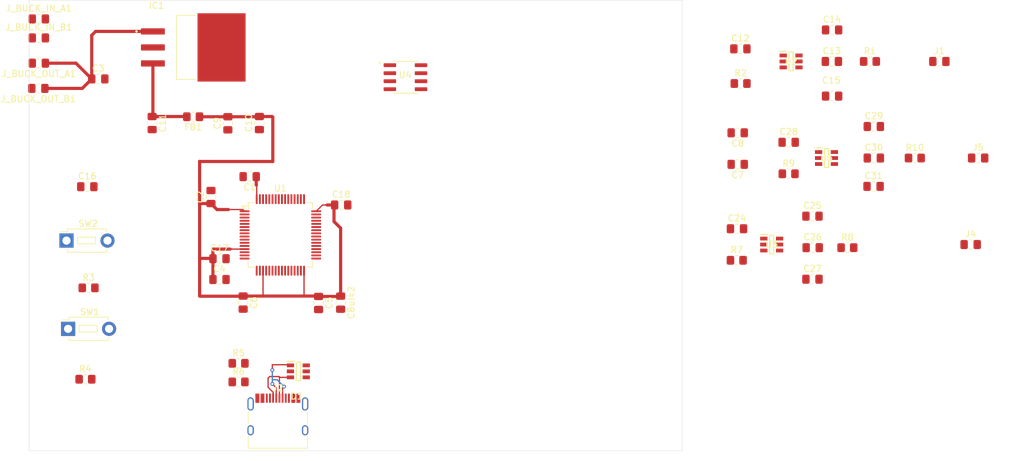
<source format=kicad_pcb>
(kicad_pcb (version 20241229) (generator "pcbnew") (generator_version "9.0")
  (layers (0 "F.Cu" signal) (2 "B.Cu" signal) (13 "F.Paste" user) (15 "B.Paste" user) (5 "F.SilkS" user "F.Silkscreen") (7 "B.SilkS" user "B.Silkscreen") (1 "F.Mask" user) (3 "B.Mask" user) (25 "Edge.Cuts" user))
  (net 0 "")
  (net 1 "+3.3V")
  (net 2 "GND")
  (net 3 "+5V")
  (net 4 "Net-(U1-VCAP_1)")
  (net 5 "Net-(U1-VCAP_2)")
  (net 6 "/Camera_left/<NO NET>")
  (net 7 "/MCU/NRST")
  (net 8 "Net-(C16-Pad2)")
  (net 9 "/Camera_right/<NO NET>")
  (net 10 "/Camera_center/<NO NET>")
  (net 12 "/usb_type_c/D-")
  (net 13 "/usb_type_c/D+")
  (net 16 "/Camera_left/CAM_UART_TX")
  (net 17 "Net-(J2-CC2)")
  (net 18 "Net-(J2-CC1)")
  (net 22 "/Camera_right/CAM_UART_TX")
  (net 24 "/Camera_center/CAM_UART_TX")
  (net 25 "/Power/VBAT")
  (net 26 "/Camera_left/CAM_L_PWN_EN")
  (net 27 "/MCU/BOOT0")
  (net 28 "/Camera_right/CAM_R_PWN_EN")
  (net 29 "/Camera_center/CAM_C_PWN_EN")
  (net 31 "/MCU/CAN_RX_2")
  (net 33 "/MCU/CAM_R_PWN_EN")
  (net 39 "/MCU/CAM_L_PWN_EN")
  (net 42 "/MCU/UART_DEBUG_TX")
  (net 47 "/MCU/UART_DEBUG_RX")
  (net 51 "/MCU/CAM_UART_TX")
  (net 52 "/MCU/CAN_TX_2")
  (net 69 "/MCU/D+")
  (net 74 "/MCU/D-")
  (net 78 "/MCU/VBUS")
  (net 80 "/MCU/CAM_C_PWN_EN")
  (net 84 "+3V3")
  (net 85 "/Can_transceiver/CANL")
  (net 86 "/Can_transceiver/CAN_RX_2")
  (net 87 "/Can_transceiver/CANH")
  (net 88 "/Can_transceiver/CAN_TX_2")
  (footprint "Capacitor_SMD:C_0805_2012Metric_Pad1.18x1.45mm_HandSolder" (layer "F.Cu") (at 179.775 53.725)
    (property "Reference" "C15" (at -0.1125 -2.5 0) (layer "F.SilkS"))
    (property "Value" ".1u")
    (pad "1" smd roundrect (at -1.0375 0) (size 1.175 1.45) (layers "F.Cu" "F.Mask" "F.Paste") (roundrect_rratio 0.212766) (net 6 "/Camera_left/<NO NET>"))
    (pad "2" smd roundrect (at 1.0375 0) (size 1.175 1.45) (layers "F.Cu" "F.Mask" "F.Paste") (roundrect_rratio 0.212766) (net 2 "GND"))
  )
  (footprint "Capacitor_SMD:C_0805_2012Metric_Pad1.18x1.45mm_HandSolder" (layer "F.Cu") (at 84 58.0375 90)
    (property "Reference" "C9" (at 0 -1.68 90) (layer "F.SilkS"))
    (property "Value" "1u")
    (pad "1" smd roundrect (at -1.0375 0 90) (size 1.175 1.45) (layers "F.Cu" "F.Mask" "F.Paste") (roundrect_rratio 0.212766) (net 2 "GND"))
    (pad "2" smd roundrect (at 1.0375 0 90) (size 1.175 1.45) (layers "F.Cu" "F.Mask" "F.Paste") (roundrect_rratio 0.212766) (net 1 "+3.3V"))
  )
  (footprint "Capacitor_SMD:C_0805_2012Metric_Pad1.18x1.45mm_HandSolder" (layer "F.Cu") (at 89 58 90)
    (property "Reference" "C10" (at 0 -1.68 90) (layer "F.SilkS"))
    (property "Value" "100nf")
    (pad "1" smd roundrect (at -1.0375 0 90) (size 1.175 1.45) (layers "F.Cu" "F.Mask" "F.Paste") (roundrect_rratio 0.212766) (net 2 "GND"))
    (pad "2" smd roundrect (at 1.0375 0 90) (size 1.175 1.45) (layers "F.Cu" "F.Mask" "F.Paste") (roundrect_rratio 0.212766) (net 1 "+3.3V"))
  )
  (footprint "Resistor_SMD:R_0805_2012Metric_Pad1.20x1.40mm_HandSolder" (layer "F.Cu") (at 185.775 48.225)
    (property "Reference" "R1" (at 0 -1.65 0) (layer "F.SilkS"))
    (property "Value" "22k")
    (pad "1" smd roundrect (at -1 0) (size 1.2 1.4) (layers "F.Cu" "F.Mask" "F.Paste") (roundrect_rratio 0.208333) (net 16 "/Camera_left/CAM_UART_TX"))
    (pad "2" smd roundrect (at 1 0) (size 1.2 1.4) (layers "F.Cu" "F.Mask" "F.Paste") (roundrect_rratio 0.208333) (net 2 "GND"))
  )
  (footprint "Resistor_SMD:R_0805_2012Metric_Pad1.20x1.40mm_HandSolder" (layer "F.Cu") (at 164.6625 79.775)
    (property "Reference" "R7" (at 0 -1.65 0) (layer "F.SilkS"))
    (property "Value" "100k")
    (pad "1" smd roundrect (at -1 0) (size 1.2 1.4) (layers "F.Cu" "F.Mask" "F.Paste") (roundrect_rratio 0.208333) (net 28 "/Camera_right/CAM_R_PWN_EN"))
    (pad "2" smd roundrect (at 1 0) (size 1.2 1.4) (layers "F.Cu" "F.Mask" "F.Paste") (roundrect_rratio 0.208333) (net 1 "+3.3V"))
  )
  (footprint "Capacitor_SMD:C_0805_2012Metric_Pad1.18x1.45mm_HandSolder" (layer "F.Cu") (at 98.375 86.55 -90)
    (property "Reference" "C5" (at 0 -1.68 90) (layer "F.SilkS"))
    (property "Value" "100nf")
    (pad "1" smd roundrect (at -1.0375 0 270) (size 1.175 1.45) (layers "F.Cu" "F.Mask" "F.Paste") (roundrect_rratio 0.212766) (net 1 "+3.3V"))
    (pad "2" smd roundrect (at 1.0375 0 270) (size 1.175 1.45) (layers "F.Cu" "F.Mask" "F.Paste") (roundrect_rratio 0.212766) (net 2 "GND"))
  )
  (footprint "Resistor_SMD:R_0805_2012Metric_Pad1.20x1.40mm_HandSolder" (layer "F.Cu") (at 85.7 96.125)
    (property "Reference" "R5" (at 0 -1.65 0) (layer "F.SilkS"))
    (property "Value" "5.1k")
    (pad "1" smd roundrect (at -1 0) (size 1.2 1.4) (layers "F.Cu" "F.Mask" "F.Paste") (roundrect_rratio 0.208333) (net 18 "Net-(J2-CC1)"))
    (pad "2" smd roundrect (at 1 0) (size 1.2 1.4) (layers "F.Cu" "F.Mask" "F.Paste") (roundrect_rratio 0.208333) (net 2 "GND"))
  )
  (footprint "Capacitor_SMD:C_0805_2012Metric_Pad1.18x1.45mm_HandSolder" (layer "F.Cu") (at 165.2375 46.225)
    (property "Reference" "C12" (at 0 -1.68 0) (layer "F.SilkS"))
    (property "Value" "1u")
    (pad "1" smd roundrect (at -1.0375 0) (size 1.175 1.45) (layers "F.Cu" "F.Mask" "F.Paste") (roundrect_rratio 0.212766) (net 3 "+5V"))
    (pad "2" smd roundrect (at 1.0375 0) (size 1.175 1.45) (layers "F.Cu" "F.Mask" "F.Paste") (roundrect_rratio 0.212766) (net 2 "GND"))
  )
  (footprint "myFootprints:SOT95P280X145-6N" (layer "F.Cu") (at 170.2 77.275)
    (property "Reference" "U3" (at 0 0 0) (layer "F.SilkS"))
    (property "Value" "TPS22917DBVR")
    (pad "1" smd rect (at -1.25 -0.95) (size 1.15 0.6) (layers "F.Cu" "F.Mask" "F.Paste") (net 3 "+5V"))
    (pad "2" smd rect (at -1.25 0) (size 1.15 0.6) (layers "F.Cu" "F.Mask" "F.Paste") (net 2 "GND"))
    (pad "3" smd rect (at -1.25 0.95) (size 1.15 0.6) (layers "F.Cu" "F.Mask" "F.Paste") (net 28 "/Camera_right/CAM_R_PWN_EN"))
    (pad "4" smd rect (at 1.25 0.95) (size 1.15 0.6) (layers "F.Cu" "F.Mask" "F.Paste"))
    (pad "5" smd rect (at 1.25 0) (size 1.15 0.6) (layers "F.Cu" "F.Mask" "F.Paste") (net 9 "/Camera_right/<NO NET>"))
    (pad "6" smd rect (at 1.25 -0.95) (size 1.15 0.6) (layers "F.Cu" "F.Mask" "F.Paste") (net 9 "/Camera_right/<NO NET>"))
  )
  (footprint "Capacitor_SMD:C_0805_2012Metric_Pad1.18x1.45mm_HandSolder" (layer "F.Cu") (at 53.9625 52.5 180)
    (property "Reference" "J_BUCK_OUT_B1" (at 0 -1.68 0) (layer "F.SilkS"))
    (property "Value" "~")
    (pad "1" smd roundrect (at -1.0375 0 180) (size 1.175 1.45) (layers "F.Cu" "F.Mask" "F.Paste") (roundrect_rratio 0.212766) (net 3 "+5V"))
    (pad "2" smd roundrect (at 1.0375 0 180) (size 1.175 1.45) (layers "F.Cu" "F.Mask" "F.Paste") (roundrect_rratio 0.212766) (net 2 "GND"))
  )
  (footprint "Capacitor_SMD:C_0805_2012Metric_Pad1.18x1.45mm_HandSolder" (layer "F.Cu") (at 101.9625 71)
    (property "Reference" "C18" (at 0 -1.68 0) (layer "F.SilkS"))
    (property "Value" "100nf")
    (pad "1" smd roundrect (at -1.0375 0) (size 1.175 1.45) (layers "F.Cu" "F.Mask" "F.Paste") (roundrect_rratio 0.212766) (net 1 "+3.3V"))
    (pad "2" smd roundrect (at 1.0375 0) (size 1.175 1.45) (layers "F.Cu" "F.Mask" "F.Paste") (roundrect_rratio 0.212766) (net 2 "GND"))
  )
  (footprint "Capacitor_SMD:C_0805_2012Metric_Pad1.18x1.45mm_HandSolder" (layer "F.Cu") (at 101.875 86.5 -90)
    (property "Reference" "CBulk2" (at 0 -1.68 90) (layer "F.SilkS"))
    (property "Value" "4.7u")
    (pad "1" smd roundrect (at -1.0375 0 270) (size 1.175 1.45) (layers "F.Cu" "F.Mask" "F.Paste") (roundrect_rratio 0.212766) (net 1 "+3.3V"))
    (pad "2" smd roundrect (at 1.0375 0 270) (size 1.175 1.45) (layers "F.Cu" "F.Mask" "F.Paste") (roundrect_rratio 0.212766) (net 2 "GND"))
  )
  (footprint "Capacitor_SMD:C_0805_2012Metric_Pad1.18x1.45mm_HandSolder" (layer "F.Cu") (at 54.0375 48.5 180)
    (property "Reference" "J_BUCK_OUT_A1" (at 0 -1.68 0) (layer "F.SilkS"))
    (property "Value" "~")
    (pad "1" smd roundrect (at -1.0375 0 180) (size 1.175 1.45) (layers "F.Cu" "F.Mask" "F.Paste") (roundrect_rratio 0.212766) (net 3 "+5V"))
    (pad "2" smd roundrect (at 1.0375 0 180) (size 1.175 1.45) (layers "F.Cu" "F.Mask" "F.Paste") (roundrect_rratio 0.212766) (net 2 "GND"))
  )
  (footprint "Capacitor_SMD:C_0805_2012Metric_Pad1.18x1.45mm_HandSolder" (layer "F.Cu") (at 202.925 63.55)
    (property "Reference" "J5" (at 0 -1.68 0) (layer "F.SilkS"))
    (property "Value" "Runcam Split 4 v2")
    (pad "1" smd roundrect (at -1.0375 0) (size 1.175 1.45) (layers "F.Cu" "F.Mask" "F.Paste") (roundrect_rratio 0.212766) (net 24 "/Camera_center/CAM_UART_TX"))
    (pad "2" smd roundrect (at 1.0375 0) (size 1.175 1.45) (layers "F.Cu" "F.Mask" "F.Paste") (roundrect_rratio 0.212766))
  )
  (footprint "Capacitor_SMD:C_0805_2012Metric_Pad1.18x1.45mm_HandSolder" (layer "F.Cu") (at 72 58 -90)
    (property "Reference" "C11" (at 0 -1.68 90) (layer "F.SilkS"))
    (property "Value" "33u")
    (pad "1" smd roundrect (at -1.0375 0 270) (size 1.175 1.45) (layers "F.Cu" "F.Mask" "F.Paste") (roundrect_rratio 0.212766) (net 1 "+3.3V"))
    (pad "2" smd roundrect (at 1.0375 0 270) (size 1.175 1.45) (layers "F.Cu" "F.Mask" "F.Paste") (roundrect_rratio 0.212766) (net 2 "GND"))
  )
  (footprint "Capacitor_SMD:C_0805_2012Metric_Pad1.18x1.45mm_HandSolder" (layer "F.Cu") (at 176.6625 82.775)
    (property "Reference" "C27" (at 0 -1.68 0) (layer "F.SilkS"))
    (property "Value" ".1u")
    (pad "1" smd roundrect (at -1.0375 0) (size 1.175 1.45) (layers "F.Cu" "F.Mask" "F.Paste") (roundrect_rratio 0.212766) (net 9 "/Camera_right/<NO NET>"))
    (pad "2" smd roundrect (at 1.0375 0) (size 1.175 1.45) (layers "F.Cu" "F.Mask" "F.Paste") (roundrect_rratio 0.212766) (net 2 "GND"))
  )
  (footprint "Connector_USB:USB_C_Receptacle_HRO_TYPE-C-31-M-12" (layer "F.Cu") (at 91.925 105.7)
    (property "Reference" "J2" (at 0 -5.645 0) (layer "F.SilkS"))
    (property "Value" "USB_C_Receptacle")
    (pad "" np_thru_hole circle (at -2.89 -2.6) (size 0.65 0.65) (drill 0.65) (layers "*.Cu" "*.Mask"))
    (pad "" np_thru_hole circle (at 2.89 -2.6) (size 0.65 0.65) (drill 0.65) (layers "*.Cu" "*.Mask"))
    (pad "A1" smd rect (at -3.25 -4.045) (size 0.6 1.45) (layers "F.Cu" "F.Mask" "F.Paste") (net 2 "GND"))
    (pad "A4" smd rect (at -2.45 -4.045) (size 0.6 1.45) (layers "F.Cu" "F.Mask" "F.Paste") (net 3 "+5V"))
    (pad "A5" smd rect (at -1.25 -4.045) (size 0.3 1.45) (layers "F.Cu" "F.Mask" "F.Paste") (net 18 "Net-(J2-CC1)"))
    (pad "A6" smd rect (at -0.25 -4.045) (size 0.3 1.45) (layers "F.Cu" "F.Mask" "F.Paste") (net 13 "/usb_type_c/D+"))
    (pad "A7" smd rect (at 0.25 -4.045) (size 0.3 1.45) (layers "F.Cu" "F.Mask" "F.Paste") (net 12 "/usb_type_c/D-"))
    (pad "A8" smd rect (at 1.25 -4.045) (size 0.3 1.45) (layers "F.Cu" "F.Mask" "F.Paste"))
    (pad "A9" smd rect (at 2.45 -4.045) (size 0.6 1.45) (layers "F.Cu" "F.Mask" "F.Paste") (net 3 "+5V"))
    (pad "A12" smd rect (at 3.25 -4.045) (size 0.6 1.45) (layers "F.Cu" "F.Mask" "F.Paste") (net 2 "GND"))
    (pad "B1" smd rect (at 3.25 -4.045) (size 0.6 1.45) (layers "F.Cu" "F.Mask" "F.Paste") (net 2 "GND"))
    (pad "B4" smd rect (at 2.45 -4.045) (size 0.6 1.45) (layers "F.Cu" "F.Mask" "F.Paste") (net 3 "+5V"))
    (pad "B5" smd rect (at 1.75 -4.045) (size 0.3 1.45) (layers "F.Cu" "F.Mask" "F.Paste") (net 17 "Net-(J2-CC2)"))
    (pad "B6" smd rect (at 0.75 -4.045) (size 0.3 1.45) (layers "F.Cu" "F.Mask" "F.Paste") (net 13 "/usb_type_c/D+"))
    (pad "B7" smd rect (at -0.75 -4.045) (size 0.3 1.45) (layers "F.Cu" "F.Mask" "F.Paste") (net 12 "/usb_type_c/D-"))
    (pad "B8" smd rect (at -1.75 -4.045) (size 0.3 1.45) (layers "F.Cu" "F.Mask" "F.Paste"))
    (pad "B9" smd rect (at -2.45 -4.045) (size 0.6 1.45) (layers "F.Cu" "F.Mask" "F.Paste") (net 3 "+5V"))
    (pad "B12" smd rect (at -3.25 -4.045) (size 0.6 1.45) (layers "F.Cu" "F.Mask" "F.Paste") (net 2 "GND"))
    (pad "S1" thru_hole oval (at -4.32 -3.13) (size 1 2.1) (drill oval 0.6 1.7) (property pad_prop_heatsink) (layers "*.Cu" "*.Mask") (net 2 "GND"))
    (pad "S1" thru_hole oval (at -4.32 1.05) (size 1 1.6) (drill oval 0.6 1.2) (property pad_prop_heatsink) (layers "*.Cu" "*.Mask") (net 2 "GND"))
    (pad "S1" thru_hole oval (at 4.32 -3.13) (size 1 2.1) (drill oval 0.6 1.7) (property pad_prop_heatsink) (layers "*.Cu" "*.Mask") (net 2 "GND"))
    (pad "S1" thru_hole oval (at 4.32 1.05) (size 1 1.6) (drill oval 0.6 1.2) (property pad_prop_heatsink) (layers "*.Cu" "*.Mask") (net 2 "GND"))
  )
  (footprint "Capacitor_SMD:C_0805_2012Metric_Pad1.18x1.45mm_HandSolder" (layer "F.Cu") (at 176.7 77.775)
    (property "Reference" "C26" (at 0 -1.68 0) (layer "F.SilkS"))
    (property "Value" "47u")
    (pad "1" smd roundrect (at -1.0375 0) (size 1.175 1.45) (layers "F.Cu" "F.Mask" "F.Paste") (roundrect_rratio 0.212766) (net 9 "/Camera_right/<NO NET>"))
    (pad "2" smd roundrect (at 1.0375 0) (size 1.175 1.45) (layers "F.Cu" "F.Mask" "F.Paste") (roundrect_rratio 0.212766) (net 2 "GND"))
  )
  (footprint "Capacitor_SMD:C_0805_2012Metric_Pad1.18x1.45mm_HandSolder" (layer "F.Cu") (at 82.675 79.525)
    (property "Reference" "C17" (at 0 -1.68 0) (layer "F.SilkS"))
    (property "Value" "1u")
    (pad "1" smd roundrect (at -1.0375 0) (size 1.175 1.45) (layers "F.Cu" "F.Mask" "F.Paste") (roundrect_rratio 0.212766) (net 1 "+3.3V"))
    (pad "2" smd roundrect (at 1.0375 0) (size 1.175 1.45) (layers "F.Cu" "F.Mask" "F.Paste") (roundrect_rratio 0.212766) (net 2 "GND"))
  )
  (footprint "Resistor_SMD:R_0805_2012Metric_Pad1.20x1.40mm_HandSolder" (layer "F.Cu") (at 78.5 57 180)
    (property "Reference" "FB1" (at 0 -1.65 0) (layer "F.SilkS"))
    (property "Value" "FerriteBead")
    (pad "1" smd roundrect (at -1 0 180) (size 1.2 1.4) (layers "F.Cu" "F.Mask" "F.Paste") (roundrect_rratio 0.208333) (net 1 "+3.3V"))
    (pad "2" smd roundrect (at 1 0 180) (size 1.2 1.4) (layers "F.Cu" "F.Mask" "F.Paste") (roundrect_rratio 0.208333) (net 1 "+3.3V"))
  )
  (footprint "Capacitor_SMD:C_0805_2012Metric_Pad1.18x1.45mm_HandSolder" (layer "F.Cu") (at 186.3875 63.55)
    (property "Reference" "C30" (at 0 -1.68 0) (layer "F.SilkS"))
    (property "Value" "47u")
    (pad "1" smd roundrect (at -1.0375 0) (size 1.175 1.45) (layers "F.Cu" "F.Mask" "F.Paste") (roundrect_rratio 0.212766) (net 10 "/Camera_center/<NO NET>"))
    (pad "2" smd roundrect (at 1.0375 0) (size 1.175 1.45) (layers "F.Cu" "F.Mask" "F.Paste") (roundrect_rratio 0.212766) (net 2 "GND"))
  )
  (footprint "Capacitor_SMD:C_0805_2012Metric_Pad1.18x1.45mm_HandSolder" (layer "F.Cu") (at 196.775 48.225)
    (property "Reference" "J1" (at 0 -1.68 0) (layer "F.SilkS"))
    (property "Value" "Runcam Split 4 v2")
    (pad "1" smd roundrect (at -1.0375 0) (size 1.175 1.45) (layers "F.Cu" "F.Mask" "F.Paste") (roundrect_rratio 0.212766) (net 16 "/Camera_left/CAM_UART_TX"))
    (pad "2" smd roundrect (at 1.0375 0) (size 1.175 1.45) (layers "F.Cu" "F.Mask" "F.Paste") (roundrect_rratio 0.212766))
  )
  (footprint "Resistor_SMD:R_0805_2012Metric_Pad1.20x1.40mm_HandSolder" (layer "F.Cu") (at 182.2 77.775)
    (property "Reference" "R8" (at 0 -1.65 0) (layer "F.SilkS"))
    (property "Value" "1k")
    (pad "1" smd roundrect (at -1 0) (size 1.2 1.4) (layers "F.Cu" "F.Mask" "F.Paste") (roundrect_rratio 0.208333) (net 22 "/Camera_right/CAM_UART_TX"))
    (pad "2" smd roundrect (at 1 0) (size 1.2 1.4) (layers "F.Cu" "F.Mask" "F.Paste") (roundrect_rratio 0.208333) (net 2 "GND"))
  )
  (footprint "Capacitor_SMD:C_0805_2012Metric_Pad1.18x1.45mm_HandSolder" (layer "F.Cu") (at 164.8125 59.55 180)
    (property "Reference" "C8" (at 0 -1.68 0) (layer "F.SilkS"))
    (property "Value" "2.2u")
    (pad "1" smd roundrect (at -1.0375 0 180) (size 1.175 1.45) (layers "F.Cu" "F.Mask" "F.Paste") (roundrect_rratio 0.212766) (net 5 "Net-(U1-VCAP_2)"))
    (pad "2" smd roundrect (at 1.0375 0 180) (size 1.175 1.45) (layers "F.Cu" "F.Mask" "F.Paste") (roundrect_rratio 0.212766) (net 2 "GND"))
  )
  (footprint "myFootprints:SOT95P280X145-6N" (layer "F.Cu") (at 178.8875 63.55)
    (property "Reference" "U6" (at 0 0 0) (layer "F.SilkS"))
    (property "Value" "TPS22917DBVR")
    (pad "1" smd rect (at -1.25 -0.95) (size 1.15 0.6) (layers "F.Cu" "F.Mask" "F.Paste") (net 3 "+5V"))
    (pad "2" smd rect (at -1.25 0) (size 1.15 0.6) (layers "F.Cu" "F.Mask" "F.Paste") (net 2 "GND"))
    (pad "3" smd rect (at -1.25 0.95) (size 1.15 0.6) (layers "F.Cu" "F.Mask" "F.Paste") (net 29 "/Camera_center/CAM_C_PWN_EN"))
    (pad "4" smd rect (at 1.25 0.95) (size 1.15 0.6) (layers "F.Cu" "F.Mask" "F.Paste"))
    (pad "5" smd rect (at 1.25 0) (size 1.15 0.6) (layers "F.Cu" "F.Mask" "F.Paste") (net 10 "/Camera_center/<NO NET>"))
    (pad "6" smd rect (at 1.25 -0.95) (size 1.15 0.6) (layers "F.Cu" "F.Mask" "F.Paste") (net 10 "/Camera_center/<NO NET>"))
  )
  (footprint "Capacitor_SMD:C_0805_2012Metric_Pad1.18x1.45mm_HandSolder" (layer "F.Cu") (at 81.325 69.7375 90)
    (property "Reference" "C2" (at 0 -1.68 90) (layer "F.SilkS"))
    (property "Value" "100nf")
    (pad "1" smd roundrect (at -1.0375 0 90) (size 1.175 1.45) (layers "F.Cu" "F.Mask" "F.Paste") (roundrect_rratio 0.212766) (net 1 "+3.3V"))
    (pad "2" smd roundrect (at 1.0375 0 90) (size 1.175 1.45) (layers "F.Cu" "F.Mask" "F.Paste") (roundrect_rratio 0.212766) (net 2 "GND"))
  )
  (footprint "myFootprints:TO254P1524X483-4N" (layer "F.Cu") (at 78.52 46)
    (property "Reference" "IC1" (at -5.825 -6.635 0) (layer "F.SilkS"))
    (property "Value" "LM3940IS-3.3_NOPB")
    (pad "1" smd roundrect (at -6.4 -2.54) (size 3.79 0.99) (layers "F.Cu" "F.Mask" "F.Paste") (roundrect_rratio 0.125) (net 3 "+5V"))
    (pad "2" smd roundrect (at -6.4 0) (size 3.79 0.99) (layers "F.Cu" "F.Mask" "F.Paste") (roundrect_rratio 0.125) (net 2 "GND"))
    (pad "3" smd roundrect (at -6.4 2.54) (size 3.79 0.99) (layers "F.Cu" "F.Mask" "F.Paste") (roundrect_rratio 0.125) (net 1 "+3.3V"))
    (pad "4" smd rect (at 4.48 0) (size 7.62 10.84) (layers "F.Cu" "F.Mask"))
  )
  (footprint "Capacitor_SMD:C_0805_2012Metric_Pad1.18x1.45mm_HandSolder" (layer "F.Cu") (at 176.6625 72.775)
    (property "Reference" "C25" (at 0 -1.68 0) (layer "F.SilkS"))
    (property "Value" "1u")
    (pad "1" smd roundrect (at -1.0375 0) (size 1.175 1.45) (layers "F.Cu" "F.Mask" "F.Paste") (roundrect_rratio 0.212766) (net 9 "/Camera_right/<NO NET>"))
    (pad "2" smd roundrect (at 1.0375 0) (size 1.175 1.45) (layers "F.Cu" "F.Mask" "F.Paste") (roundrect_rratio 0.212766) (net 2 "GND"))
  )
  (footprint "Capacitor_SMD:C_0805_2012Metric_Pad1.18x1.45mm_HandSolder" (layer "F.Cu") (at 179.7375 48.225)
    (property "Reference" "C13" (at 0 -1.68 0) (layer "F.SilkS"))
    (property "Value" "47u")
    (pad "1" smd roundrect (at -1.0375 0) (size 1.175 1.45) (layers "F.Cu" "F.Mask" "F.Paste") (roundrect_rratio 0.212766) (net 6 "/Camera_left/<NO NET>"))
    (pad "2" smd roundrect (at 1.0375 0) (size 1.175 1.45) (layers "F.Cu" "F.Mask" "F.Paste") (roundrect_rratio 0.212766) (net 2 "GND"))
  )
  (footprint "Capacitor_SMD:C_0805_2012Metric_Pad1.18x1.45mm_HandSolder" (layer "F.Cu") (at 54.0375 44.49)
    (property "Reference" "J_BUCK_IN_B1" (at 0 -1.68 0) (layer "F.SilkS"))
    (property "Value" "~")
    (pad "1" smd roundrect (at -1.0375 0) (size 1.175 1.45) (layers "F.Cu" "F.Mask" "F.Paste") (roundrect_rratio 0.212766) (net 25 "/Power/VBAT"))
    (pad "2" smd roundrect (at 1.0375 0) (size 1.175 1.45) (layers "F.Cu" "F.Mask" "F.Paste") (roundrect_rratio 0.212766) (net 2 "GND"))
  )
  (footprint "Capacitor_SMD:C_0805_2012Metric_Pad1.18x1.45mm_HandSolder" (layer "F.Cu") (at 54.0375 41.48)
    (property "Reference" "J_BUCK_IN_A1" (at 0 -1.68 0) (layer "F.SilkS"))
    (property "Value" "~")
    (pad "1" smd roundrect (at -1.0375 0) (size 1.175 1.45) (layers "F.Cu" "F.Mask" "F.Paste") (roundrect_rratio 0.212766) (net 25 "/Power/VBAT"))
    (pad "2" smd roundrect (at 1.0375 0) (size 1.175 1.45) (layers "F.Cu" "F.Mask" "F.Paste") (roundrect_rratio 0.212766) (net 2 "GND"))
  )
  (footprint "Resistor_SMD:R_0805_2012Metric_Pad1.20x1.40mm_HandSolder" (layer "F.Cu") (at 61.925 84.15)
    (property "Reference" "R3" (at 0 -1.65 0) (layer "F.SilkS"))
    (property "Value" "100k")
    (pad "1" smd roundrect (at -1 0) (size 1.2 1.4) (layers "F.Cu" "F.Mask" "F.Paste") (roundrect_rratio 0.208333) (net 2 "GND"))
    (pad "2" smd roundrect (at 1 0) (size 1.2 1.4) (layers "F.Cu" "F.Mask" "F.Paste") (roundrect_rratio 0.208333) (net 27 "/MCU/BOOT0"))
  )
  (footprint "Capacitor_SMD:C_0805_2012Metric_Pad1.18x1.45mm_HandSolder" (layer "F.Cu") (at 63.4625 51)
    (property "Reference" "C3" (at 0 -1.68 0) (layer "F.SilkS"))
    (property "Value" "1u")
    (pad "1" smd roundrect (at -1.0375 0) (size 1.175 1.45) (layers "F.Cu" "F.Mask" "F.Paste") (roundrect_rratio 0.212766) (net 3 "+5V"))
    (pad "2" smd roundrect (at 1.0375 0) (size 1.175 1.45) (layers "F.Cu" "F.Mask" "F.Paste") (roundrect_rratio 0.212766) (net 2 "GND"))
  )
  (footprint "myFootprints:SOT95P280X145-6N" (layer "F.Cu") (at 95.175 97.4)
    (property "Reference" "D1" (at -0.25 3.95 0) (layer "F.SilkS"))
    (property "Value" "SRV05-4.TCT")
    (pad "1" smd rect (at -1.25 -0.95) (size 1.15 0.6) (layers "F.Cu" "F.Mask" "F.Paste") (net 13 "/usb_type_c/D+"))
    (pad "2" smd rect (at -1.25 0) (size 1.15 0.6) (layers "F.Cu" "F.Mask" "F.Paste") (net 2 "GND"))
    (pad "3" smd rect (at -1.25 0.95) (size 1.15 0.6) (layers "F.Cu" "F.Mask" "F.Paste") (net 12 "/usb_type_c/D-"))
    (pad "4" smd rect (at 1.25 0.95) (size 1.15 0.6) (layers "F.Cu" "F.Mask" "F.Paste"))
    (pad "5" smd rect (at 1.25 0) (size 1.15 0.6) (layers "F.Cu" "F.Mask" "F.Paste") (net 3 "+5V"))
    (pad "6" smd rect (at 1.25 -0.95) (size 1.15 0.6) (layers "F.Cu" "F.Mask" "F.Paste"))
  )
  (footprint "myFootprints:SOIC127P599X175-8N" (layer "F.Cu") (at 112.15 50.725)
    (property "Reference" "U4" (at -0.03 -0.365 0) (layer "F.SilkS"))
    (property "Value" "SN65HVD230DR")
    (pad "1" smd roundrect (at -2.47 -1.905) (size 1.97 0.6) (layers "F.Cu" "F.Mask" "F.Paste") (roundrect_rratio 0.125) (net 88 "/Can_transceiver/CAN_TX_2"))
    (pad "2" smd roundrect (at -2.47 -0.635) (size 1.97 0.6) (layers "F.Cu" "F.Mask" "F.Paste") (roundrect_rratio 0.125) (net 2 "GND"))
    (pad "3" smd roundrect (at -2.47 0.635) (size 1.97 0.6) (layers "F.Cu" "F.Mask" "F.Paste") (roundrect_rratio 0.125) (net 84 "+3V3"))
    (pad "4" smd roundrect (at -2.47 1.905) (size 1.97 0.6) (layers "F.Cu" "F.Mask" "F.Paste") (roundrect_rratio 0.125) (net 86 "/Can_transceiver/CAN_RX_2"))
    (pad "5" smd roundrect (at 2.47 1.905) (size 1.97 0.6) (layers "F.Cu" "F.Mask" "F.Paste") (roundrect_rratio 0.125))
    (pad "6" smd roundrect (at 2.47 0.635) (size 1.97 0.6) (layers "F.Cu" "F.Mask" "F.Paste") (roundrect_rratio 0.125) (net 85 "/Can_transceiver/CANL"))
    (pad "7" smd roundrect (at 2.47 -0.635) (size 1.97 0.6) (layers "F.Cu" "F.Mask" "F.Paste") (roundrect_rratio 0.125) (net 87 "/Can_transceiver/CANH"))
    (pad "8" smd roundrect (at 2.47 -1.905) (size 1.97 0.6) (layers "F.Cu" "F.Mask" "F.Paste") (roundrect_rratio 0.125) (net 2 "GND"))
  )
  (footprint "Capacitor_SMD:C_0805_2012Metric_Pad1.18x1.45mm_HandSolder" (layer "F.Cu") (at 61.725 68.1)
    (property "Reference" "C16" (at 0 -1.68 0) (layer "F.SilkS"))
    (property "Value" "100nf")
    (pad "1" smd roundrect (at -1.0375 0) (size 1.175 1.45) (layers "F.Cu" "F.Mask" "F.Paste") (roundrect_rratio 0.212766) (net 7 "/MCU/NRST"))
    (pad "2" smd roundrect (at 1.0375 0) (size 1.175 1.45) (layers "F.Cu" "F.Mask" "F.Paste") (roundrect_rratio 0.212766) (net 8 "Net-(C16-Pad2)"))
  )
  (footprint "Capacitor_SMD:C_0805_2012Metric_Pad1.18x1.45mm_HandSolder" (layer "F.Cu") (at 86.425 86.4875 -90)
    (property "Reference" "C6" (at 0 -1.68 90) (layer "F.SilkS"))
    (property "Value" "100nf")
    (pad "1" smd roundrect (at -1.0375 0 270) (size 1.175 1.45) (layers "F.Cu" "F.Mask" "F.Paste") (roundrect_rratio 0.212766) (net 1 "+3.3V"))
    (pad "2" smd roundrect (at 1.0375 0 270) (size 1.175 1.45) (layers "F.Cu" "F.Mask" "F.Paste") (roundrect_rratio 0.212766) (net 2 "GND"))
  )
  (footprint "Capacitor_SMD:C_0805_2012Metric_Pad1.18x1.45mm_HandSolder" (layer "F.Cu") (at 164.7 74.775)
    (property "Reference" "C24" (at 0 -1.68 0) (layer "F.SilkS"))
    (property "Value" "1u")
    (pad "1" smd roundrect (at -1.0375 0) (size 1.175 1.45) (layers "F.Cu" "F.Mask" "F.Paste") (roundrect_rratio 0.212766) (net 3 "+5V"))
    (pad "2" smd roundrect (at 1.0375 0) (size 1.175 1.45) (layers "F.Cu" "F.Mask" "F.Paste") (roundrect_rratio 0.212766) (net 2 "GND"))
  )
  (footprint "Capacitor_SMD:C_0805_2012Metric_Pad1.18x1.45mm_HandSolder" (layer "F.Cu") (at 172.8875 61.05)
    (property "Reference" "C28" (at 0 -1.68 0) (layer "F.SilkS"))
    (property "Value" "1u")
    (pad "1" smd roundrect (at -1.0375 0) (size 1.175 1.45) (layers "F.Cu" "F.Mask" "F.Paste") (roundrect_rratio 0.212766) (net 3 "+5V"))
    (pad "2" smd roundrect (at 1.0375 0) (size 1.175 1.45) (layers "F.Cu" "F.Mask" "F.Paste") (roundrect_rratio 0.212766) (net 2 "GND"))
  )
  (footprint "Capacitor_SMD:C_0805_2012Metric_Pad1.18x1.45mm_HandSolder" (layer "F.Cu") (at 179.775 43.225)
    (property "Reference" "C14" (at 0 -1.68 0) (layer "F.SilkS"))
    (property "Value" "1u")
    (pad "1" smd roundrect (at -1.0375 0) (size 1.175 1.45) (layers "F.Cu" "F.Mask" "F.Paste") (roundrect_rratio 0.212766) (net 6 "/Camera_left/<NO NET>"))
    (pad "2" smd roundrect (at 1.0375 0) (size 1.175 1.45) (layers "F.Cu" "F.Mask" "F.Paste") (roundrect_rratio 0.212766) (net 2 "GND"))
  )
  (footprint "Capacitor_SMD:C_0805_2012Metric_Pad1.18x1.45mm_HandSolder" (layer "F.Cu") (at 164.8125 64.55 180)
    (property "Reference" "C7" (at 0 -1.68 0) (layer "F.SilkS"))
    (property "Value" "2.2u")
    (pad "1" smd roundrect (at -1.0375 0 180) (size 1.175 1.45) (layers "F.Cu" "F.Mask" "F.Paste") (roundrect_rratio 0.212766) (net 4 "Net-(U1-VCAP_1)"))
    (pad "2" smd roundrect (at 1.0375 0 180) (size 1.175 1.45) (layers "F.Cu" "F.Mask" "F.Paste") (roundrect_rratio 0.212766) (net 2 "GND"))
  )
  (footprint "Resistor_SMD:R_0805_2012Metric_Pad1.20x1.40mm_HandSolder" (layer "F.Cu") (at 172.8875 66.05)
    (property "Reference" "R9" (at 0 -1.65 0) (layer "F.SilkS"))
    (property "Value" "100k")
    (pad "1" smd roundrect (at -1 0) (size 1.2 1.4) (layers "F.Cu" "F.Mask" "F.Paste") (roundrect_rratio 0.208333) (net 29 "/Camera_center/CAM_C_PWN_EN"))
    (pad "2" smd roundrect (at 1 0) (size 1.2 1.4) (layers "F.Cu" "F.Mask" "F.Paste") (roundrect_rratio 0.208333) (net 1 "+3.3V"))
  )
  (footprint "Resistor_SMD:R_0805_2012Metric_Pad1.20x1.40mm_HandSolder" (layer "F.Cu") (at 61.425 98.65)
    (property "Reference" "R4" (at 0 -1.65 0) (layer "F.SilkS"))
    (property "Value" "10k")
    (pad "1" smd roundrect (at -1 0) (size 1.2 1.4) (layers "F.Cu" "F.Mask" "F.Paste") (roundrect_rratio 0.208333) (net 1 "+3.3V"))
    (pad "2" smd roundrect (at 1 0) (size 1.2 1.4) (layers "F.Cu" "F.Mask" "F.Paste") (roundrect_rratio 0.208333) (net 7 "/MCU/NRST"))
  )
  (footprint "Capacitor_SMD:C_0805_2012Metric_Pad1.18x1.45mm_HandSolder" (layer "F.Cu") (at 201.7375 77.275)
    (property "Reference" "J4" (at 0 -1.68 0) (layer "F.SilkS"))
    (property "Value" "Runcam Split 4 v2")
    (pad "1" smd roundrect (at -1.0375 0) (size 1.175 1.45) (layers "F.Cu" "F.Mask" "F.Paste") (roundrect_rratio 0.212766) (net 22 "/Camera_right/CAM_UART_TX"))
    (pad "2" smd roundrect (at 1.0375 0) (size 1.175 1.45) (layers "F.Cu" "F.Mask" "F.Paste") (roundrect_rratio 0.212766))
  )
  (footprint "Resistor_SMD:R_0805_2012Metric_Pad1.20x1.40mm_HandSolder" (layer "F.Cu") (at 165.275 51.725)
    (property "Reference" "R2" (at 0 -1.65 0) (layer "F.SilkS"))
    (property "Value" "100k")
    (pad "1" smd roundrect (at -1 0) (size 1.2 1.4) (layers "F.Cu" "F.Mask" "F.Paste") (roundrect_rratio 0.208333) (net 26 "/Camera_left/CAM_L_PWN_EN"))
    (pad "2" smd roundrect (at 1 0) (size 1.2 1.4) (layers "F.Cu" "F.Mask" "F.Paste") (roundrect_rratio 0.208333) (net 1 "+3.3V"))
  )
  (footprint "Capacitor_SMD:C_0805_2012Metric_Pad1.18x1.45mm_HandSolder" (layer "F.Cu") (at 186.35 68.05)
    (property "Reference" "C31" (at 0 -1.68 0) (layer "F.SilkS"))
    (property "Value" ".1u")
    (pad "1" smd roundrect (at -1.0375 0) (size 1.175 1.45) (layers "F.Cu" "F.Mask" "F.Paste") (roundrect_rratio 0.212766) (net 10 "/Camera_center/<NO NET>"))
    (pad "2" smd roundrect (at 1.0375 0) (size 1.175 1.45) (layers "F.Cu" "F.Mask" "F.Paste") (roundrect_rratio 0.212766) (net 2 "GND"))
  )
  (footprint "Capacitor_SMD:C_0805_2012Metric_Pad1.18x1.45mm_HandSolder" (layer "F.Cu") (at 82.675 82.825)
    (property "Reference" "C4" (at 0 -1.68 0) (layer "F.SilkS"))
    (property "Value" "100nf")
    (pad "1" smd roundrect (at -1.0375 0) (size 1.175 1.45) (layers "F.Cu" "F.Mask" "F.Paste") (roundrect_rratio 0.212766) (net 1 "+3.3V"))
    (pad "2" smd roundrect (at 1.0375 0) (size 1.175 1.45) (layers "F.Cu" "F.Mask" "F.Paste") (roundrect_rratio 0.212766) (net 2 "GND"))
  )
  (footprint "Package_QFP:LQFP-64_10x10mm_P0.5mm" (layer "F.Cu") (at 92.325 75.75)
    (property "Reference" "U1" (at 0 -7.4 0) (layer "F.SilkS"))
    (property "Value" "STM32F405RGTx")
    (pad "1" smd roundrect (at -5.675 -3.75) (size 1.55 0.3) (layers "F.Cu" "F.Mask" "F.Paste") (net 1 "+3.3V"))
    (pad "2" smd roundrect (at -5.675 -3.25) (size 1.55 0.3) (layers "F.Cu" "F.Mask" "F.Paste"))
    (pad "3" smd roundrect (at -5.675 -2.75) (size 1.55 0.3) (layers "F.Cu" "F.Mask" "F.Paste"))
    (pad "4" smd roundrect (at -5.675 -2.25) (size 1.55 0.3) (layers "F.Cu" "F.Mask" "F.Paste"))
    (pad "5" smd roundrect (at -5.675 -1.75) (size 1.55 0.3) (layers "F.Cu" "F.Mask" "F.Paste"))
    (pad "6" smd roundrect (at -5.675 -1.25) (size 1.55 0.3) (layers "F.Cu" "F.Mask" "F.Paste"))
    (pad "7" smd roundrect (at -5.675 -0.75) (size 1.55 0.3) (layers "F.Cu" "F.Mask" "F.Paste") (net 7 "/MCU/NRST"))
    (pad "8" smd roundrect (at -5.675 -0.25) (size 1.55 0.3) (layers "F.Cu" "F.Mask" "F.Paste") (net 39 "/MCU/CAM_L_PWN_EN"))
    (pad "9" smd roundrect (at -5.675 0.25) (size 1.55 0.3) (layers "F.Cu" "F.Mask" "F.Paste") (net 33 "/MCU/CAM_R_PWN_EN"))
    (pad "10" smd roundrect (at -5.675 0.75) (size 1.55 0.3) (layers "F.Cu" "F.Mask" "F.Paste") (net 80 "/MCU/CAM_C_PWN_EN"))
    (pad "11" smd roundrect (at -5.675 1.25) (size 1.55 0.3) (layers "F.Cu" "F.Mask" "F.Paste"))
    (pad "12" smd roundrect (at -5.675 1.75) (size 1.55 0.3) (layers "F.Cu" "F.Mask" "F.Paste") (net 2 "GND"))
    (pad "13" smd roundrect (at -5.675 2.25) (size 1.55 0.3) (layers "F.Cu" "F.Mask" "F.Paste") (net 1 "+3.3V"))
    (pad "14" smd roundrect (at -5.675 2.75) (size 1.55 0.3) (layers "F.Cu" "F.Mask" "F.Paste") (net 51 "/MCU/CAM_UART_TX"))
    (pad "15" smd roundrect (at -5.675 3.25) (size 1.55 0.3) (layers "F.Cu" "F.Mask" "F.Paste"))
    (pad "16" smd roundrect (at -5.675 3.75) (size 1.55 0.3) (layers "F.Cu" "F.Mask" "F.Paste"))
    (pad "17" smd roundrect (at -3.75 5.675) (size 0.3 1.55) (layers "F.Cu" "F.Mask" "F.Paste"))
    (pad "18" smd roundrect (at -3.25 5.675) (size 0.3 1.55) (layers "F.Cu" "F.Mask" "F.Paste") (net 2 "GND"))
    (pad "19" smd roundrect (at -2.75 5.675) (size 0.3 1.55) (layers "F.Cu" "F.Mask" "F.Paste") (net 1 "+3.3V"))
    (pad "20" smd roundrect (at -2.25 5.675) (size 0.3 1.55) (layers "F.Cu" "F.Mask" "F.Paste"))
    (pad "21" smd roundrect (at -1.75 5.675) (size 0.3 1.55) (layers "F.Cu" "F.Mask" "F.Paste"))
    (pad "22" smd roundrect (at -1.25 5.675) (size 0.3 1.55) (layers "F.Cu" "F.Mask" "F.Paste"))
    (pad "23" smd roundrect (at -0.75 5.675) (size 0.3 1.55) (layers "F.Cu" "F.Mask" "F.Paste"))
    (pad "24" smd roundrect (at -0.25 5.675) (size 0.3 1.55) (layers "F.Cu" "F.Mask" "F.Paste"))
    (pad "25" smd roundrect (at 0.25 5.675) (size 0.3 1.55) (layers "F.Cu" "F.Mask" "F.Paste"))
    (pad "26" smd roundrect (at 0.75 5.675) (size 0.3 1.55) (layers "F.Cu" "F.Mask" "F.Paste"))
    (pad "27" smd roundrect (at 1.25 5.675) (size 0.3 1.55) (layers "F.Cu" "F.Mask" "F.Paste"))
    (pad "28" smd roundrect (at 1.75 5.675) (size 0.3 1.55) (layers "F.Cu" "F.Mask" "F.Paste"))
    (pad "29" smd roundrect (at 2.25 5.675) (size 0.3 1.55) (layers "F.Cu" "F.Mask" "F.Paste"))
    (pad "30" smd roundrect (at 2.75 5.675) (size 0.3 1.55) (layers "F.Cu" "F.Mask" "F.Paste"))
    (pad "31" smd roundrect (at 3.25 5.675) (size 0.3 1.55) (layers "F.Cu" "F.Mask" "F.Paste") (net 4 "Net-(U1-VCAP_1)"))
    (pad "32" smd roundrect (at 3.75 5.675) (size 0.3 1.55) (layers "F.Cu" "F.Mask" "F.Paste") (net 1 "+3.3V"))
    (pad "33" smd roundrect (at 5.675 3.75) (size 1.55 0.3) (layers "F.Cu" "F.Mask" "F.Paste") (net 31 "/MCU/CAN_RX_2"))
    (pad "34" smd roundrect (at 5.675 3.25) (size 1.55 0.3) (layers "F.Cu" "F.Mask" "F.Paste") (net 52 "/MCU/CAN_TX_2"))
    (pad "35" smd roundrect (at 5.675 2.75) (size 1.55 0.3) (layers "F.Cu" "F.Mask" "F.Paste"))
    (pad "36" smd roundrect (at 5.675 2.25) (size 1.55 0.3) (layers "F.Cu" "F.Mask" "F.Paste"))
    (pad "37" smd roundrect (at 5.675 1.75) (size 1.55 0.3) (layers "F.Cu" "F.Mask" "F.Paste"))
    (pad "38" smd roundrect (at 5.675 1.25) (size 1.55 0.3) (layers "F.Cu" "F.Mask" "F.Paste"))
    (pad "39" smd roundrect (at 5.675 0.75) (size 1.55 0.3) (layers "F.Cu" "F.Mask" "F.Paste"))
    (pad "40" smd roundrect (at 5.675 0.25) (size 1.55 0.3) (layers "F.Cu" "F.Mask" "F.Paste"))
    (pad "41" smd roundrect (at 5.675 -0.25) (size 1.55 0.3) (layers "F.Cu" "F.Mask" "F.Paste"))
    (pad "42" smd roundrect (at 5.675 -0.75) (size 1.55 0.3) (layers "F.Cu" "F.Mask" "F.Paste"))
    (pad "43" smd roundrect (at 5.675 -1.25) (size 1.55 0.3) (layers "F.Cu" "F.Mask" "F.Paste"))
    (pad "44" smd roundrect (at 5.675 -1.75) (size 1.55 0.3) (layers "F.Cu" "F.Mask" "F.Paste") (net 74 "/MCU/D-"))
    (pad "45" smd roundrect (at 5.675 -2.25) (size 1.55 0.3) (layers "F.Cu" "F.Mask" "F.Paste") (net 69 "/MCU/D+"))
    (pad "46" smd roundrect (at 5.675 -2.75) (size 1.55 0.3) (layers "F.Cu" "F.Mask" "F.Paste") (net 78 "/MCU/VBUS"))
    (pad "47" smd roundrect (at 5.675 -3.25) (size 1.55 0.3) (layers "F.Cu" "F.Mask" "F.Paste") (net 5 "Net-(U1-VCAP_2)"))
    (pad "48" smd roundrect (at 5.675 -3.75) (size 1.55 0.3) (layers "F.Cu" "F.Mask" "F.Paste") (net 1 "+3.3V"))
    (pad "49" smd roundrect (at 3.75 -5.675) (size 0.3 1.55) (layers "F.Cu" "F.Mask" "F.Paste"))
    (pad "50" smd roundrect (at 3.25 -5.675) (size 0.3 1.55) (layers "F.Cu" "F.Mask" "F.Paste"))
    (pad "51" smd roundrect (at 2.75 -5.675) (size 0.3 1.55) (layers "F.Cu" "F.Mask" "F.Paste"))
    (pad "52" smd roundrect (at 2.25 -5.675) (size 0.3 1.55) (layers "F.Cu" "F.Mask" "F.Paste"))
    (pad "53" smd roundrect (at 1.75 -5.675) (size 0.3 1.55) (layers "F.Cu" "F.Mask" "F.Paste") (net 42 "/MCU/UART_DEBUG_TX"))
    (pad "54" smd roundrect (at 1.25 -5.675) (size 0.3 1.55) (layers "F.Cu" "F.Mask" "F.Paste") (net 47 "/MCU/UART_DEBUG_RX"))
    (pad "55" smd roundrect (at 0.75 -5.675) (size 0.3 1.55) (layers "F.Cu" "F.Mask" "F.Paste"))
    (pad "56" smd roundrect (at 0.25 -5.675) (size 0.3 1.55) (layers "F.Cu" "F.Mask" "F.Paste"))
    (pad "57" smd roundrect (at -0.25 -5.675) (size 0.3 1.55) (layers "F.Cu" "F.Mask" "F.Paste"))
    (pad "58" smd roundrect (at -0.75 -5.675) (size 0.3 1.55) (layers "F.Cu" "F.Mask" "F.Paste"))
    (pad "59" smd roundrect (at -1.25 -5.675) (size 0.3 1.55) (layers "F.Cu" "F.Mask" "F.Paste"))
    (pad "60" smd roundrect (at -1.75 -5.675) (size 0.3 1.55) (layers "F.Cu" "F.Mask" "F.Paste") (net 27 "/MCU/BOOT0"))
    (pad "61" smd roundrect (at -2.25 -5.675) (size 0.3 1.55) (layers "F.Cu" "F.Mask" "F.Paste"))
    (pad "62" smd roundrect (at -2.75 -5.675) (size 0.3 1.55) (layers "F.Cu" "F.Mask" "F.Paste"))
    (pad "63" smd roundrect (at -3.25 -5.675) (size 0.3 1.55) (layers "F.Cu" "F.Mask" "F.Paste") (net 2 "GND"))
    (pad "64" smd roundrect (at -3.75 -5.675) (size 0.3 1.55) (layers "F.Cu" "F.Mask" "F.Paste") (net 1 "+3.3V"))
  )
  (footprint "Capacitor_SMD:C_0805_2012Metric_Pad1.18x1.45mm_HandSolder" (layer "F.Cu") (at 186.3875 58.55)
    (property "Reference" "C29" (at 0 -1.68 0) (layer "F.SilkS"))
    (property "Value" "1u")
    (pad "1" smd roundrect (at -1.0375 0) (size 1.175 1.45) (layers "F.Cu" "F.Mask" "F.Paste") (roundrect_rratio 0.212766) (net 10 "/Camera_center/<NO NET>"))
    (pad "2" smd roundrect (at 1.0375 0) (size 1.175 1.45) (layers "F.Cu" "F.Mask" "F.Paste") (roundrect_rratio 0.212766) (net 2 "GND"))
  )
  (footprint "Button_Switch_THT:SW_PUSH_1P1T_6x3.5mm_H5.0_APEM_MJTP1250" (layer "F.Cu") (at 58.425 76.65)
    (property "Reference" "SW2" (at 3.42 -2.7 0) (layer "F.SilkS"))
    (property "Value" "SW_Push")
    (pad "1" thru_hole rect (at 0 0 90) (size 2.25 2.25) (drill 1.3) (layers "*.Cu" "*.Mask") (net 2 "GND"))
    (pad "2" thru_hole circle (at 6.5 0 90) (size 2.25 2.25) (drill 1.3) (layers "*.Cu" "*.Mask") (net 8 "Net-(C16-Pad2)"))
  )
  (footprint "Resistor_SMD:R_0805_2012Metric_Pad1.20x1.40mm_HandSolder" (layer "F.Cu") (at 192.8875 63.55)
    (property "Reference" "R10" (at 0 -1.65 0) (layer "F.SilkS"))
    (property "Value" "1k")
    (pad "1" smd roundrect (at -1 0) (size 1.2 1.4) (layers "F.Cu" "F.Mask" "F.Paste") (roundrect_rratio 0.208333) (net 24 "/Camera_center/CAM_UART_TX"))
    (pad "2" smd roundrect (at 1 0) (size 1.2 1.4) (layers "F.Cu" "F.Mask" "F.Paste") (roundrect_rratio 0.208333) (net 2 "GND"))
  )
  (footprint "myFootprints:SOT95P280X145-6N" (layer "F.Cu") (at 173.275 48.225)
    (property "Reference" "U2" (at 0 0 0) (layer "F.SilkS"))
    (property "Value" "TPS22917DBVR")
    (pad "1" smd rect (at -1.25 -0.95) (size 1.15 0.6) (layers "F.Cu" "F.Mask" "F.Paste") (net 3 "+5V"))
    (pad "2" smd rect (at -1.25 0) (size 1.15 0.6) (layers "F.Cu" "F.Mask" "F.Paste") (net 2 "GND"))
    (pad "3" smd rect (at -1.25 0.95) (size 1.15 0.6) (layers "F.Cu" "F.Mask" "F.Paste") (net 26 "/Camera_left/CAM_L_PWN_EN"))
    (pad "4" smd rect (at 1.25 0.95) (size 1.15 0.6) (layers "F.Cu" "F.Mask" "F.Paste"))
    (pad "5" smd rect (at 1.25 0) (size 1.15 0.6) (layers "F.Cu" "F.Mask" "F.Paste") (net 6 "/Camera_left/<NO NET>"))
    (pad "6" smd rect (at 1.25 -0.95) (size 1.15 0.6) (layers "F.Cu" "F.Mask" "F.Paste") (net 6 "/Camera_left/<NO NET>"))
  )
  (footprint "Resistor_SMD:R_0805_2012Metric_Pad1.20x1.40mm_HandSolder" (layer "F.Cu") (at 85.7 99.075)
    (property "Reference" "R6" (at 0 -1.65 0) (layer "F.SilkS"))
    (property "Value" "5.1k")
    (pad "1" smd roundrect (at -1 0) (size 1.2 1.4) (layers "F.Cu" "F.Mask" "F.Paste") (roundrect_rratio 0.208333) (net 17 "Net-(J2-CC2)"))
    (pad "2" smd roundrect (at 1 0) (size 1.2 1.4) (layers "F.Cu" "F.Mask" "F.Paste") (roundrect_rratio 0.208333) (net 2 "GND"))
  )
  (footprint "Capacitor_SMD:C_0805_2012Metric_Pad1.18x1.45mm_HandSolder" (layer "F.Cu") (at 87.4625 66.5 180)
    (property "Reference" "C1" (at 0 -1.68 0) (layer "F.SilkS"))
    (property "Value" "100nf")
    (pad "1" smd roundrect (at -1.0375 0 180) (size 1.175 1.45) (layers "F.Cu" "F.Mask" "F.Paste") (roundrect_rratio 0.212766) (net 1 "+3.3V"))
    (pad "2" smd roundrect (at 1.0375 0 180) (size 1.175 1.45) (layers "F.Cu" "F.Mask" "F.Paste") (roundrect_rratio 0.212766) (net 2 "GND"))
  )
  (footprint "Button_Switch_THT:SW_PUSH_1P1T_6x3.5mm_H5.0_APEM_MJTP1250" (layer "F.Cu") (at 58.675 90.65)
    (property "Reference" "SW1" (at 3.42 -2.7 0) (layer "F.SilkS"))
    (property "Value" "SW_Push")
    (pad "1" thru_hole rect (at 0 0 90) (size 2.25 2.25) (drill 1.3) (layers "*.Cu" "*.Mask") (net 1 "+3.3V"))
    (pad "2" thru_hole circle (at 6.5 0 90) (size 2.25 2.25) (drill 1.3) (layers "*.Cu" "*.Mask") (net 27 "/MCU/BOOT0"))
  )
  (gr_rect (start 52.5 38.5) (end 156 110) (stroke (width 0.05)) (fill no) (layer "Edge.Cuts"))
  (segment (start 84.375 78) (end 86.65 78) (width 0.2) (layer "F.Cu") (net 1))
  (segment (start 72.12 56.8425) (end 72 56.9625) (width 0.5) (layer "F.Cu") (net 1))
  (segment (start 98.375 85.5125) (end 98.7 85.5125) (width 0.5) (layer "F.Cu") (net 1))
  (segment (start 79.525 70.825) (end 79.525 79.475) (width 0.5) (layer "F.Cu") (net 1))
  (segment (start 72.12 48.54) (end 72.12 56.8425) (width 0.5) (layer "F.Cu") (net 1))
  (segment (start 88.5 66.5) (end 88.5 67.825) (width 0.5) (layer "F.Cu") (net 1))
  (segment (start 88.575 67.9) (end 88.575 70.075) (width 0.2) (layer "F.Cu") (net 1))
  (segment (start 98.3125 85.45) (end 98.375 85.5125) (width 0.5) (layer "F.Cu") (net 1))
  (segment (start 79.575 85.475) (end 86.4 85.475) (width 0.5) (layer "F.Cu") (net 1))
  (segment (start 81.5875 79.475) (end 81.6375 79.525) (width 0.5) (layer "F.Cu") (net 1))
  (segment (start 81.6375 79.525) (end 81.6375 79.4625) (width 0.5) (layer "F.Cu") (net 1))
  (segment (start 89.575 81.425) (end 89.575 85.45) (width 0.2) (layer "F.Cu") (net 1))
  (segment (start 81.6375 79.525) (end 81.6375 82.825) (width 0.5) (layer "F.Cu") (net 1))
  (segment (start 86.425 85.45) (end 89.575 85.45) (width 0.5) (layer "F.Cu") (net 1))
  (segment (start 86.375 71.725) (end 86.65 72) (width 0.2) (layer "F.Cu") (net 1))
  (segment (start 101.825 85.5125) (end 101.875 85.4625) (width 0.5) (layer "F.Cu") (net 1))
  (segment (start 79.525 79.475) (end 81.5875 79.475) (width 0.5) (layer "F.Cu") (net 1))
  (segment (start 89.575 85.45) (end 96.075 85.45) (width 0.5) (layer "F.Cu") (net 1))
  (segment (start 77.4625 56.9625) (end 77.5 57) (width 0.5) (layer "F.Cu") (net 1))
  (segment (start 89 56.9625) (end 91.0125 56.9625) (width 0.5) (layer "F.Cu") (net 1))
  (segment (start 100.825 71.1) (end 100.925 71) (width 0.5) (layer "F.Cu") (net 1))
  (segment (start 88.5 67.825) (end 88.525 67.85) (width 0.5) (layer "F.Cu") (net 1))
  (segment (start 98.7 85.5125) (end 98.75 85.4625) (width 0.5) (layer "F.Cu") (net 1))
  (segment (start 91.125 57.075) (end 91.125 64.1) (width 0.5) (layer "F.Cu") (net 1))
  (segment (start 81.625 78.075) (end 81.7 78) (width 0.5) (layer "F.Cu") (net 1))
  (segment (start 88.5 66.5) (end 88.474 66.526) (width 0.5) (layer "F.Cu") (net 1))
  (segment (start 84 57) (end 88.9625 57) (width 0.5) (layer "F.Cu") (net 1))
  (segment (start 81.325 70.775) (end 82.275 71.725) (width 0.5) (layer "F.Cu") (net 1))
  (segment (start 79.575 70.775) (end 79.525 70.825) (width 0.5) (layer "F.Cu") (net 1))
  (segment (start 99 71) (end 98 72) (width 0.2) (layer "F.Cu") (net 1))
  (segment (start 98.375 85.5125) (end 101.825 85.5125) (width 0.5) (layer "F.Cu") (net 1))
  (segment (start 98.1 85.2375) (end 98.375 85.5125) (width 0.5) (layer "F.Cu") (net 1))
  (segment (start 96.075 81.425) (end 96.075 85.45) (width 0.2) (layer "F.Cu") (net 1))
  (segment (start 88.9625 57) (end 89 56.9625) (width 0.5) (layer "F.Cu") (net 1))
  (segment (start 81.325 70.775) (end 79.575 70.775) (width 0.5) (layer "F.Cu") (net 1))
  (segment (start 96.075 85.45) (end 98.3125 85.45) (width 0.5) (layer "F.Cu") (net 1))
  (segment (start 79.55 64.1) (end 79.525 64.075) (width 0.5) (layer "F.Cu") (net 1))
  (segment (start 100.925 71) (end 99.725 71) (width 0.5) (layer "F.Cu") (net 1))
  (segment (start 101.875 85.4625) (end 101.875 74.675) (width 0.5) (layer "F.Cu") (net 1))
  (segment (start 99.725 71) (end 99 71) (width 0.2) (layer "F.Cu") (net 1))
  (segment (start 86.4 85.475) (end 86.425 85.45) (width 0.5) (layer "F.Cu") (net 1))
  (segment (start 100.825 73.625) (end 100.825 71.1) (width 0.5) (layer "F.Cu") (net 1))
  (segment (start 82.275 71.725) (end 84.1 71.725) (width 0.5) (layer "F.Cu") (net 1))
  (segment (start 72 56.9625) (end 77.4625 56.9625) (width 0.5) (layer "F.Cu") (net 1))
  (segment (start 88.525 67.85) (end 88.575 67.9) (width 0.2) (layer "F.Cu") (net 1))
  (segment (start 91.0125 56.9625) (end 91.125 57.075) (width 0.5) (layer "F.Cu") (net 1))
  (segment (start 79.525 79.475) (end 79.525 85.425) (width 0.5) (layer "F.Cu") (net 1))
  (segment (start 79.525 85.425) (end 79.575 85.475) (width 0.5) (layer "F.Cu") (net 1))
  (segment (start 84.1 71.725) (end 86.375 71.725) (width 0.2) (layer "F.Cu") (net 1))
  (segment (start 81.6375 79.4625) (end 81.625 79.45) (width 0.5) (layer "F.Cu") (net 1))
  (segment (start 81.625 79.45) (end 81.625 78.075) (width 0.5) (layer "F.Cu") (net 1))
  (segment (start 101.7875 85.55) (end 101.875 85.4625) (width 0.5) (layer "F.Cu") (net 1))
  (segment (start 79.5 57) (end 84 57) (width 0.5) (layer "F.Cu") (net 1))
  (segment (start 91.125 64.1) (end 79.55 64.1) (width 0.5) (layer "F.Cu") (net 1))
  (segment (start 79.525 64.075) (end 79.525 70.825) (width 0.5) (layer "F.Cu") (net 1))
  (segment (start 101.875 74.675) (end 100.825 73.625) (width 0.5) (layer "F.Cu") (net 1))
  (segment (start 81.7 78) (end 84.375 78) (width 0.5) (layer "F.Cu") (net 1))
  (segment (start 62.425 44.075) (end 63.04 43.46) (width 0.5) (layer "F.Cu") (net 3))
  (segment (start 60.925 52.5) (end 62.425 51) (width 0.5) (layer "F.Cu") (net 3))
  (segment (start 55 52.5) (end 60.925 52.5) (width 0.5) (layer "F.Cu") (net 3))
  (segment (start 59.925 48.5) (end 62.425 51) (width 0.5) (layer "F.Cu") (net 3))
  (segment (start 55.075 48.5) (end 59.925 48.5) (width 0.5) (layer "F.Cu") (net 3))
  (segment (start 62.425 51) (end 62.425 44.075) (width 0.5) (layer "F.Cu") (net 3))
  (segment (start 63.04 43.46) (end 72.12 43.46) (width 0.5) (layer "F.Cu") (net 3))
  (segment (start 92.125 98.225) (end 92.175 98.275) (width 0.2) (layer "F.Cu") (net 12))
  (segment (start 90.375 98.475) (end 90.625 98.225) (width 0.2) (layer "F.Cu") (net 12))
  (segment (start 91.175 100.725) (end 90.375 99.925) (width 0.2) (layer "F.Cu") (net 12))
  (segment (start 90.625 98.225) (end 92.125 98.225) (width 0.2) (layer "F.Cu") (net 12))
  (segment (start 93.925 98.35) (end 92.25 98.35) (width 0.2) (layer "F.Cu") (net 12))
  (segment (start 91.175 101.655) (end 91.175 100.725) (width 0.2) (layer "F.Cu") (net 12))
  (segment (start 90.375 99.925) (end 90.375 98.475) (width 0.2) (layer "F.Cu") (net 12))
  (segment (start 92.25 98.35) (end 92.175 98.275) (width 0.2) (layer "F.Cu") (net 12))
  (segment (start 92.175 98.275) (end 92.175 101.655) (width 0.2) (layer "F.Cu") (net 12))
  (segment (start 92.675 100.05) (end 92.9 99.825) (width 0.2) (layer "F.Cu") (net 13))
  (segment (start 91.675 101.655) (end 91.675 100.025) (width 0.2) (layer "F.Cu") (net 13))
  (segment (start 92.675 101.655) (end 92.675 100.05) (width 0.2) (layer "F.Cu") (net 13))
  (segment (start 91.675 100.025) (end 91.05 99.4) (width 0.2) (layer "F.Cu") (net 13))
  (segment (start 93.825 96.35) (end 93.925 96.45) (width 0.2) (layer "F.Cu") (net 13))
  (segment (start 91.05 97.2) (end 91.05 96.35) (width 0.2) (layer "F.Cu") (net 13))
  (segment (start 91.05 96.35) (end 93.825 96.35) (width 0.2) (layer "F.Cu") (net 13))
  (via (at 91.05 97.2) (size 0.6) (drill 0.3) (layers "F.Cu" "B.Cu") (net 13))
  (via (at 92.9 99.825) (size 0.6) (drill 0.3) (layers "F.Cu" "B.Cu") (net 13))
  (via (at 91.05 99.4) (size 0.6) (drill 0.3) (layers "F.Cu" "B.Cu") (net 13))
  (segment (start 91.05 97.225) (end 91.05 97.2) (width 0.2) (layer "B.Cu") (net 13))
  (segment (start 92.9 99.825) (end 91.8 98.725) (width 0.2) (layer "B.Cu") (net 13))
  (segment (start 91.05 99.4) (end 91.05 98.725) (width 0.2) (layer "B.Cu") (net 13))
  (segment (start 91.8 98.725) (end 91.05 98.725) (width 0.2) (layer "B.Cu") (net 13))
  (segment (start 91.05 98.725) (end 91.05 97.225) (width 0.2) (layer "B.Cu") (net 13))
)
</source>
